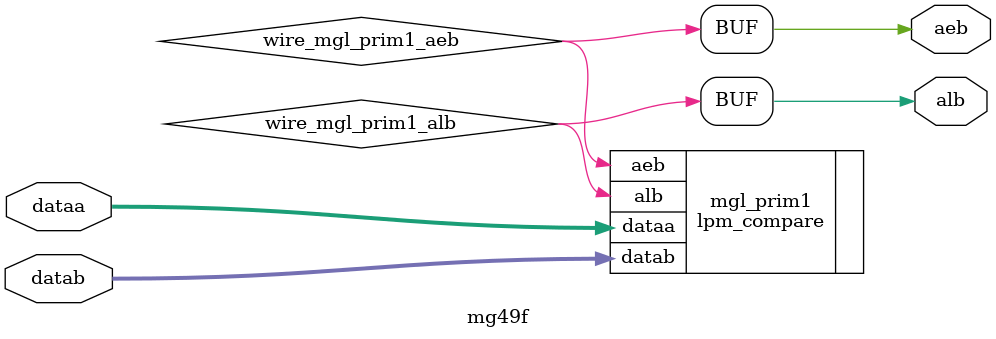
<source format=v>






//synthesis_resources = lpm_compare 1 
//synopsys translate_off
`timescale 1 ps / 1 ps
//synopsys translate_on
module  mg49f
	( 
	aeb,
	alb,
	dataa,
	datab) /* synthesis synthesis_clearbox=1 */;
	output   aeb;
	output   alb;
	input   [31:0]  dataa;
	input   [31:0]  datab;

	wire  wire_mgl_prim1_aeb;
	wire  wire_mgl_prim1_alb;

	lpm_compare   mgl_prim1
	( 
	.aeb(wire_mgl_prim1_aeb),
	.alb(wire_mgl_prim1_alb),
	.dataa(dataa),
	.datab(datab));
	defparam
		mgl_prim1.lpm_representation = "UNSIGNED",
		mgl_prim1.lpm_type = "LPM_COMPARE",
		mgl_prim1.lpm_width = 32,
		mgl_prim1.lpm_hint = "ONE_INPUT_IS_CONSTANT=YES";
	assign
		aeb = wire_mgl_prim1_aeb,
		alb = wire_mgl_prim1_alb;
endmodule //mg49f
//VALID FILE

</source>
